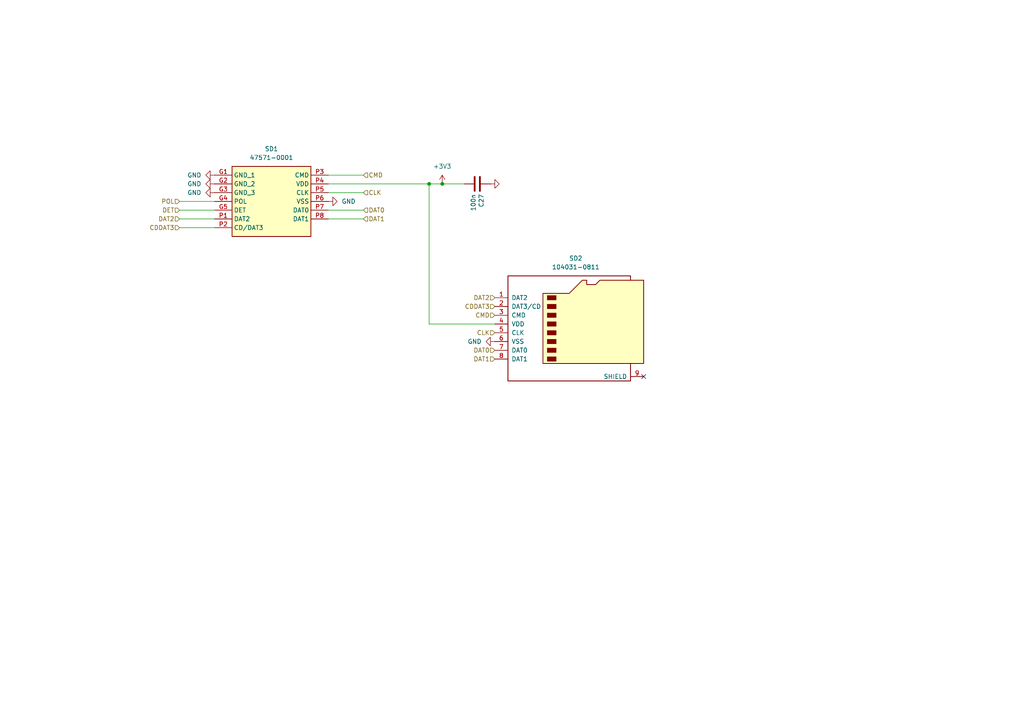
<source format=kicad_sch>
(kicad_sch (version 20250114) (generator "eeschema") (generator_version "9.0")
  (paper "A4")
  (title_block (title "MiniFRANK RM2") (date "2025-03-04") (rev "1.04") (company "Mikhail Matveev") (comment 1 "https://github.com/xtremespb/frank"))
  (lib_symbols
    (symbol "Connector:Micro_SD_Card" (pin_names (offset 1.016))
      (property "Reference" "J" (at -16.51 15.24 0))
      (property "Value" "Micro_SD_Card" (at 16.51 15.24 0))
      (symbol "Micro_SD_Card_0_1"
        (polyline (pts (xy -8.89 -11.43) (xy -8.89 8.89) (xy -1.27 8.89) (xy 2.54 12.7) (xy 3.81 12.7) (xy 3.81 11.43) (xy 6.35 11.43) (xy 7.62 12.7) (xy 20.32 12.7) (xy 20.32 -11.43) (xy -8.89 -11.43)) (stroke (width 0.254)) (fill (type background)))
        (rectangle (start -7.62 8.255) (end -5.08 6.985) (fill (type outline)))
        (rectangle (start -7.62 5.715) (end -5.08 4.445) (fill (type outline)))
        (rectangle (start -7.62 3.175) (end -5.08 1.905) (fill (type outline)))
        (rectangle (start -7.62 0.635) (end -5.08 -0.635) (fill (type outline)))
        (rectangle (start -7.62 -1.905) (end -5.08 -3.175) (fill (type outline)))
        (rectangle (start -7.62 -4.445) (end -5.08 -5.715) (fill (type outline)))
        (rectangle (start -7.62 -6.985) (end -5.08 -8.255) (fill (type outline)))
        (rectangle (start -7.62 -9.525) (end -5.08 -10.795) (fill (type outline)))
        (polyline (pts (xy 16.51 12.7) (xy 16.51 13.97) (xy -19.05 13.97) (xy -19.05 -16.51) (xy 16.51 -16.51) (xy 16.51 -11.43)) (stroke (width 0.254)))
      )
      (symbol "Micro_SD_Card_1_1"
        (pin bidirectional line (at -22.86 7.62 0) (length 3.81) (name "DAT2") (number "1"))
        (pin bidirectional line (at -22.86 5.08 0) (length 3.81) (name "DAT3/CD") (number "2"))
        (pin input line (at -22.86 2.54 0) (length 3.81) (name "CMD") (number "3"))
        (pin power_in line (at -22.86 0 0) (length 3.81) (name "VDD") (number "4"))
        (pin input line (at -22.86 -2.54 0) (length 3.81) (name "CLK") (number "5"))
        (pin power_in line (at -22.86 -5.08 0) (length 3.81) (name "VSS") (number "6"))
        (pin bidirectional line (at -22.86 -7.62 0) (length 3.81) (name "DAT0") (number "7"))
        (pin bidirectional line (at -22.86 -10.16 0) (length 3.81) (name "DAT1") (number "8"))
        (pin passive line (at 20.32 -15.24 180) (length 3.81) (name "SHIELD") (number "9"))
      )
    )
    (symbol "Device:C" (pin_numbers (hide yes)) (pin_names (offset 0.254))
      (property "Reference" "C" (at 0.635 2.54 0))
      (property "Value" "C" (at 0.635 -2.54 0))
      (symbol "C_0_1"
        (polyline (pts (xy -2.032 0.762) (xy 2.032 0.762)) (stroke (width 0.508)))
        (polyline (pts (xy -2.032 -0.762) (xy 2.032 -0.762)) (stroke (width 0.508)))
      )
      (symbol "C_1_1"
        (pin passive line (at 0 3.81 270) (length 2.794) (name "~") (number "1"))
        (pin passive line (at 0 -3.81 90) (length 2.794) (name "~") (number "2"))
      )
    )
    (symbol "FRANK:MicroSD_Short"
      (property "Reference" "SD1" (at 16.51 7.62 0))
      (property "Value" "MicroSD_Short" (at 16.51 5.08 0))
      (symbol "MicroSD_Short_1_1"
        (rectangle (start 5.08 2.54) (end 27.94 -17.78) (stroke (width 0.254)) (fill (type background)))
        (pin passive line (at 0 0 0) (length 5.08) (name "GND_1") (number "G1"))
        (pin passive line (at 0 -2.54 0) (length 5.08) (name "GND_2") (number "G2"))
        (pin passive line (at 0 -5.08 0) (length 5.08) (name "GND_3") (number "G3"))
        (pin passive line (at 0 -7.62 0) (length 5.08) (name "POL") (number "G4"))
        (pin passive line (at 0 -10.16 0) (length 5.08) (name "DET") (number "G5"))
        (pin passive line (at 0 -12.7 0) (length 5.08) (name "DAT2") (number "P1"))
        (pin passive line (at 0 -15.24 0) (length 5.08) (name "CD/DAT3") (number "P2"))
        (pin passive line (at 33.02 0 180) (length 5.08) (name "CMD") (number "P3"))
        (pin passive line (at 33.02 -2.54 180) (length 5.08) (name "VDD") (number "P4"))
        (pin passive line (at 33.02 -5.08 180) (length 5.08) (name "CLK") (number "P5"))
        (pin passive line (at 33.02 -7.62 180) (length 5.08) (name "VSS") (number "P6"))
        (pin passive line (at 33.02 -10.16 180) (length 5.08) (name "DAT0") (number "P7"))
        (pin passive line (at 33.02 -12.7 180) (length 5.08) (name "DAT1") (number "P8"))
      )
    )
    (symbol "GND_1" (power) (pin_numbers (hide yes)) (pin_names (offset 0) (hide yes))
      (property "Value" "GND" (at 0 -3.81 0))
      (symbol "GND_1_0_1"
        (polyline (pts (xy 0 0) (xy 0 -1.27) (xy 1.27 -1.27) (xy 0 -2.54) (xy -1.27 -1.27) (xy 0 -1.27)))
      )
      (symbol "GND_1_1_1"
        (pin power_in line (at 0 0 270) (length 0) (name "~") (number "1"))
      )
    )
    (symbol "power:+3V3" (power) (pin_numbers (hide yes)) (pin_names (offset 0) (hide yes))
      (property "Value" "+3V3" (at 0 3.556 0))
      (symbol "+3V3_0_1"
        (polyline (pts (xy -0.762 1.27) (xy 0 2.54)))
        (polyline (pts (xy 0 2.54) (xy 0.762 1.27)))
        (polyline (pts (xy 0 0) (xy 0 2.54)))
      )
      (symbol "+3V3_1_1"
        (pin power_in line (at 0 0 90) (length 0) (name "~") (number "1"))
      )
    )
    (symbol "power:GND" (power) (pin_numbers (hide yes)) (pin_names (offset 0) (hide yes))
      (property "Value" "GND" (at 0 -3.81 0))
      (symbol "GND_0_1"
        (polyline (pts (xy 0 0) (xy 0 -1.27) (xy 1.27 -1.27) (xy 0 -2.54) (xy -1.27 -1.27) (xy 0 -1.27)))
      )
      (symbol "GND_1_1"
        (pin power_in line (at 0 0 270) (length 0) (name "~") (number "1"))
      )
    )
  )
  (junction (at 128.27 53.34))
  (junction (at 124.46 53.34))
  (no_connect (at 186.69 109.22))
  (wire (pts (xy 143.51 93.98) (xy 124.46 93.98)))
  (wire (pts (xy 95.25 60.96) (xy 105.41 60.96)))
  (wire (pts (xy 95.25 63.5) (xy 105.41 63.5)))
  (wire (pts (xy 52.07 66.04) (xy 62.23 66.04)))
  (wire (pts (xy 52.07 63.5) (xy 62.23 63.5)))
  (wire (pts (xy 95.25 50.8) (xy 105.41 50.8)))
  (wire (pts (xy 128.27 53.34) (xy 134.62 53.34)))
  (wire (pts (xy 95.25 55.88) (xy 105.41 55.88)))
  (wire (pts (xy 124.46 53.34) (xy 128.27 53.34)))
  (wire (pts (xy 52.07 58.42) (xy 62.23 58.42)))
  (wire (pts (xy 95.25 53.34) (xy 124.46 53.34)))
  (wire (pts (xy 52.07 60.96) (xy 62.23 60.96)))
  (wire (pts (xy 124.46 93.98) (xy 124.46 53.34)))
  (hierarchical_label "CLK" (shape input) (at 105.41 55.88 0))
  (hierarchical_label "DAT0" (shape input) (at 105.41 60.96 0))
  (hierarchical_label "DAT1" (shape input) (at 105.41 63.5 0))
  (hierarchical_label "DET" (shape input) (at 52.07 60.96 180))
  (hierarchical_label "CDDAT3" (shape input) (at 143.51 88.9 180))
  (hierarchical_label "CLK" (shape input) (at 143.51 96.52 180))
  (hierarchical_label "DAT0" (shape input) (at 143.51 101.6 180))
  (hierarchical_label "DAT2" (shape input) (at 143.51 86.36 180))
  (hierarchical_label "CDDAT3" (shape input) (at 52.07 66.04 180))
  (hierarchical_label "DAT2" (shape input) (at 52.07 63.5 180))
  (hierarchical_label "CMD" (shape input) (at 143.51 91.44 180))
  (hierarchical_label "POL" (shape input) (at 52.07 58.42 180))
  (hierarchical_label "CMD" (shape input) (at 105.41 50.8 0))
  (hierarchical_label "DAT1" (shape input) (at 143.51 104.14 180))
  (symbol (lib_id "Device:C") (at 138.43 53.34 270) (unit 1)
    (property "Reference" "C27" (at 139.5984 56.261 0) (effects (justify left)))
    (property "Value" "100n" (at 137.287 56.261 0) (effects (justify left)))
    (property "Footprint" "FRANK:Capacitor (0805)" (effects (hide yes)))
    (property "Datasheet" "https://eu.mouser.com/datasheet/2/447/KEM_C1075_X7R_HT_SMD-3316221.pdf" (effects (hide yes)))
    (property "AliExpress" "https://www.aliexpress.com/item/33008008276.html" (effects (hide yes)))
  )
  (symbol (lib_id "power:+3V3") (at 128.27 53.34 0) (unit 1)
    (property "Reference" "#PWR057" (effects (hide yes)))
    (property "Value" "+3V3" (at 128.27 48.26 0))
    (property "Description" "Power symbol creates a global label with name \"+3V3\"" (effects (hide yes)))
  )
  (symbol (lib_id "power:GND") (at 142.24 53.34 90) (unit 1)
    (property "Reference" "#PWR058" (effects (hide yes)))
    (property "Value" "GND" (effects (hide yes)))
    (property "Description" "Power symbol creates a global label with name \"GND\" , ground" (effects (hide yes)))
  )
  (symbol (lib_name "GND_1") (lib_id "power:GND") (at 62.23 53.34 270) (unit 1)
    (property "Reference" "#PWR056" (effects (hide yes)))
    (property "Value" "GND" (at 58.42 53.3399 90) (effects (justify right)))
    (property "Description" "Power symbol creates a global label with name \"GND\" , ground" (effects (hide yes)))
  )
  (symbol (lib_id "Connector:Micro_SD_Card") (at 166.37 93.98 0) (unit 1)
    (property "Reference" "SD2" (at 167.005 74.93 0))
    (property "Value" "104031-0811" (at 167.005 77.47 0))
    (property "Footprint" "FRANK:MicroSD (SMD, long)" (effects (hide yes)))
    (property "Datasheet" "https://www.we-online.com/components/products/datasheet/693072010801.pdf" (effects (hide yes)))
    (property "Description" "Micro SD Card Socket" (effects (hide yes)))
    (property "AliExpress" "https://www.aliexpress.com/item/1005004214252441.html" (effects (hide yes)))
  )
  (symbol (lib_id "FRANK:MicroSD_Short") (at 62.23 50.8 0) (unit 1)
    (property "Reference" "SD1" (at 78.74 43.18 0))
    (property "Value" "47571-0001" (at 78.74 45.72 0))
    (property "Footprint" "FRANK:MicroSD (SMD, short)" (effects (hide yes)))
    (property "Datasheet" "https://componentsearchengine.com/Datasheets/2/47571-0001.pdf" (effects (hide yes)))
    (property "Description" "Memory Card Connectors ASSY FOR TFR HEADER HEADER W/DETECT PIN" (effects (hide yes)))
    (property "Height" "2.3" (effects (hide yes)))
    (property "Mouser Part Number" "538-47571-0001" (effects (hide yes)))
    (property "Mouser Price/Stock" "https://www.mouser.co.uk/ProductDetail/Molex/47571-0001?qs=qM7ngqbhX5UTJOg9nqKLJQ%3D%3D" (effects (hide yes)))
    (property "Manufacturer_Name" "Molex" (effects (hide yes)))
    (property "Manufacturer_Part_Number" "47571-0001" (effects (hide yes)))
    (property "AliExpress" "https://www.aliexpress.com/item/1005005302426366.html" (effects (hide yes)))
  )
  (symbol (lib_name "GND_1") (lib_id "power:GND") (at 95.25 58.42 90) (unit 1)
    (property "Reference" "#PWR060" (effects (hide yes)))
    (property "Value" "GND" (at 99.06 58.4199 90) (effects (justify right)))
    (property "Description" "Power symbol creates a global label with name \"GND\" , ground" (effects (hide yes)))
  )
  (symbol (lib_id "power:GND") (at 143.51 99.06 270) (unit 1)
    (property "Reference" "#PWR061" (effects (hide yes)))
    (property "Value" "GND" (at 139.7 99.0599 90) (effects (justify right)))
  )
  (symbol (lib_name "GND_1") (lib_id "power:GND") (at 62.23 55.88 270) (unit 1)
    (property "Reference" "#PWR059" (effects (hide yes)))
    (property "Value" "GND" (at 58.42 55.8799 90) (effects (justify right)))
    (property "Description" "Power symbol creates a global label with name \"GND\" , ground" (effects (hide yes)))
  )
  (symbol (lib_name "GND_1") (lib_id "power:GND") (at 62.23 50.8 270) (unit 1)
    (property "Reference" "#PWR055" (effects (hide yes)))
    (property "Value" "GND" (at 58.42 50.7999 90) (effects (justify right)))
    (property "Description" "Power symbol creates a global label with name \"GND\" , ground" (effects (hide yes)))
  )
)
</source>
